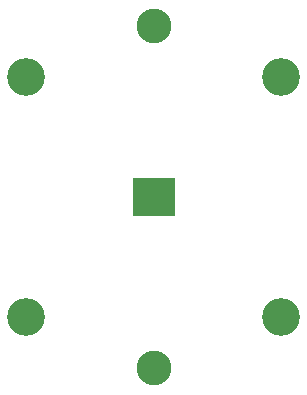
<source format=gts>
G04 EAGLE Gerber RS-274X export*
G75*
%MOMM*%
%FSLAX34Y34*%
%LPD*%
%INSoldermask Top*%
%IPPOS*%
%AMOC8*
5,1,8,0,0,1.08239X$1,22.5*%
G01*
%ADD10R,3.556000X3.302000*%
%ADD11C,3.200400*%
%ADD12C,2.946400*%


D10*
X76200Y101600D03*
D11*
X-31750Y0D03*
X-31750Y203200D03*
X184150Y0D03*
X184150Y203200D03*
D12*
X76200Y-43180D03*
X76200Y246380D03*
M02*

</source>
